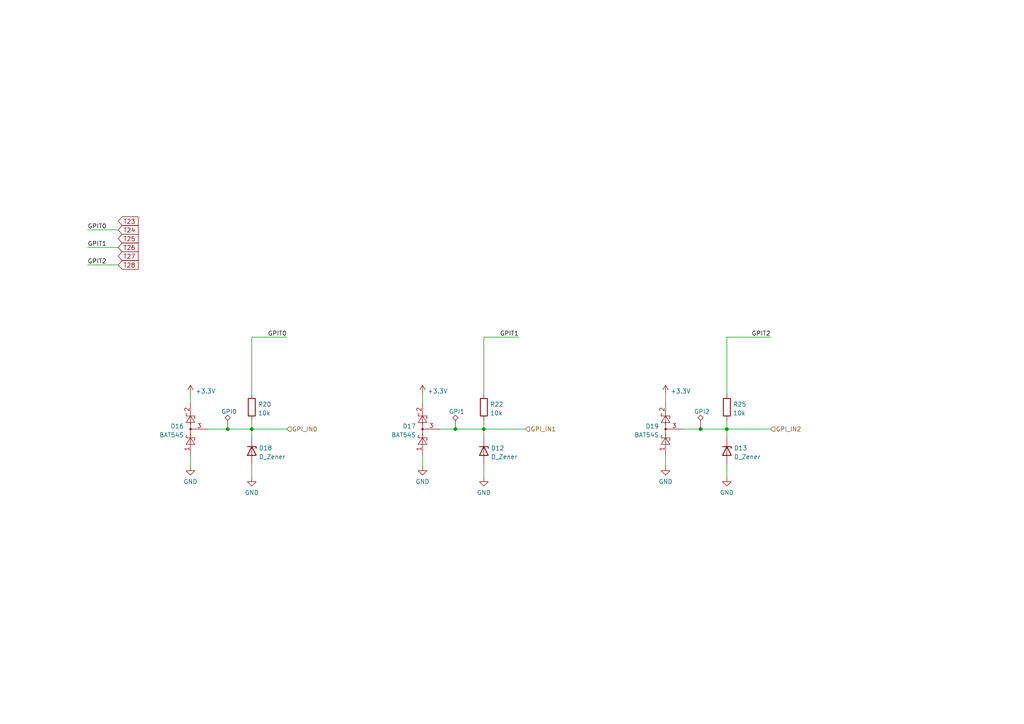
<source format=kicad_sch>
(kicad_sch (version 20211123) (generator eeschema)
  (paper "A4")
  (title_block (title "FloatPUMP Schematics") (date "2022-11-11") (rev "1.0") (company "robtor.de") (comment 1 "Controller board for up to 3 water pumps") (comment 2 "measuring capabilities with piezoresistive pressure sensors") (comment 3 "sensor input Range 4mA-20mA"))
  (lib_symbols
    (symbol "Connector:TestPoint_Alt" (pin_numbers hide) (pin_names (offset 0.762) hide)
      (property "Reference" "TP" (at 0 6.858 0))
      (property "Value" "TestPoint_Alt" (at 0 5.08 0))
      (symbol "TestPoint_Alt_0_1"
        (polyline (pts (xy 0 2.54) (xy -0.762 3.302) (xy 0 4.064) (xy 0.762 3.302) (xy 0 2.54)))
      )
      (symbol "TestPoint_Alt_1_1"
        (pin passive line (at 0 0 90) (length 2.54) (name "1") (number "1"))
      )
    )
    (symbol "Device:D_Zener" (pin_numbers hide) (pin_names (offset 1.016) hide)
      (property "Reference" "D" (at 0 2.54 0))
      (property "Value" "D_Zener" (at 0 -2.54 0))
      (symbol "D_Zener_0_1"
        (polyline (pts (xy 1.27 0) (xy -1.27 0)))
        (polyline (pts (xy -1.27 -1.27) (xy -1.27 1.27) (xy -0.762 1.27)) (stroke (width 0.254)))
        (polyline (pts (xy 1.27 -1.27) (xy 1.27 1.27) (xy -1.27 0) (xy 1.27 -1.27)) (stroke (width 0.254)))
      )
      (symbol "D_Zener_1_1"
        (pin passive line (at -3.81 0 0) (length 2.54) (name "K") (number "1"))
        (pin passive line (at 3.81 0 180) (length 2.54) (name "A") (number "2"))
      )
    )
    (symbol "Device:R" (pin_numbers hide) (pin_names (offset 0))
      (property "Reference" "R" (at 2.032 0 90))
      (property "Value" "R" (at 0 0 90))
      (symbol "R_0_1"
        (rectangle (start -1.016 -2.54) (end 1.016 2.54) (stroke (width 0.254)))
      )
      (symbol "R_1_1"
        (pin passive line (at 0 3.81 270) (length 1.27) (name "~") (number "1"))
        (pin passive line (at 0 -3.81 90) (length 1.27) (name "~") (number "2"))
      )
    )
    (symbol "Diode:BAT54S" (pin_names (offset 1.016))
      (property "Reference" "D" (at 0.635 -3.81 0))
      (property "Value" "BAT54S" (at -6.35 3.175 0))
      (symbol "BAT54S_0_1"
        (polyline (pts (xy -3.81 0) (xy -1.27 0)))
        (polyline (pts (xy -3.175 -1.27) (xy -3.175 -1.016)))
        (polyline (pts (xy -2.54 -1.27) (xy -3.175 -1.27)))
        (polyline (pts (xy -2.54 -1.27) (xy -2.54 1.27)))
        (polyline (pts (xy -2.54 1.27) (xy -1.905 1.27)))
        (polyline (pts (xy -1.905 0) (xy 1.905 0)))
        (polyline (pts (xy -1.905 1.27) (xy -1.905 1.016)))
        (polyline (pts (xy 1.27 0) (xy 3.81 0)))
        (polyline (pts (xy 3.175 -1.27) (xy 3.175 -1.016)))
        (polyline (pts (xy 3.81 -1.27) (xy 3.175 -1.27)))
        (polyline (pts (xy 3.81 -1.27) (xy 3.81 1.27)))
        (polyline (pts (xy 3.81 1.27) (xy 4.445 1.27)))
        (polyline (pts (xy 4.445 1.27) (xy 4.445 1.016)))
        (polyline (pts (xy -4.445 1.27) (xy -4.445 -1.27) (xy -2.54 0) (xy -4.445 1.27)))
        (polyline (pts (xy 1.905 1.27) (xy 1.905 -1.27) (xy 3.81 0) (xy 1.905 1.27)))
        (circle (center 0 0) (radius 0.254) (fill (type outline)))
      )
      (symbol "BAT54S_1_1"
        (pin passive line (at -7.62 0 0) (length 3.81) (name "~") (number "1"))
        (pin passive line (at 7.62 0 180) (length 3.81) (name "~") (number "2"))
        (pin passive line (at 0 -5.08 90) (length 5.08) (name "~") (number "3"))
      )
    )
    (symbol "power:+3.3V" (power) (pin_names (offset 0))
      (property "Value" "+3.3V" (at 0 3.556 0))
      (symbol "+3.3V_0_1"
        (polyline (pts (xy -0.762 1.27) (xy 0 2.54)))
        (polyline (pts (xy 0 0) (xy 0 2.54)))
        (polyline (pts (xy 0 2.54) (xy 0.762 1.27)))
      )
      (symbol "+3.3V_1_1"
        (pin power_in line (at 0 0 90) (length 0) hide (name "+3.3V") (number "1"))
      )
    )
    (symbol "power:GND" (power) (pin_names (offset 0))
      (property "Value" "GND" (at 0 -3.81 0))
      (symbol "GND_0_1"
        (polyline (pts (xy 0 0) (xy 0 -1.27) (xy 1.27 -1.27) (xy 0 -2.54) (xy -1.27 -1.27) (xy 0 -1.27)))
      )
      (symbol "GND_1_1"
        (pin power_in line (at 0 0 270) (length 0) hide (name "GND") (number "1"))
      )
    )
  )
  (junction (at 203.2 124.46))
  (junction (at 66.04 124.46))
  (junction (at 73.025 124.46))
  (junction (at 132.08 124.46))
  (junction (at 210.82 124.46))
  (junction (at 140.335 124.46))
  (wire (pts (xy 140.335 134.62) (xy 140.335 138.43)))
  (wire (pts (xy 210.82 114.3) (xy 210.82 97.79)))
  (wire (pts (xy 66.04 124.46) (xy 73.025 124.46)))
  (wire (pts (xy 198.12 124.46) (xy 203.2 124.46)))
  (wire (pts (xy 25.4 76.835) (xy 34.29 76.835)))
  (wire (pts (xy 73.025 121.92) (xy 73.025 124.46)))
  (wire (pts (xy 140.335 121.92) (xy 140.335 124.46)))
  (wire (pts (xy 73.025 124.46) (xy 73.025 127)))
  (wire (pts (xy 122.555 114.3) (xy 122.555 116.84)))
  (wire (pts (xy 73.025 124.46) (xy 83.185 124.46)))
  (wire (pts (xy 73.025 114.3) (xy 73.025 97.79)))
  (wire (pts (xy 210.82 124.46) (xy 210.82 127)))
  (wire (pts (xy 210.82 124.46) (xy 223.52 124.46)))
  (wire (pts (xy 25.4 66.675) (xy 34.29 66.675)))
  (wire (pts (xy 55.245 114.3) (xy 55.245 116.84)))
  (wire (pts (xy 55.245 132.08) (xy 55.245 135.255)))
  (wire (pts (xy 210.82 121.92) (xy 210.82 124.46)))
  (wire (pts (xy 127.635 124.46) (xy 132.08 124.46)))
  (wire (pts (xy 73.025 134.62) (xy 73.025 138.43)))
  (wire (pts (xy 60.325 124.46) (xy 66.04 124.46)))
  (wire (pts (xy 73.025 97.79) (xy 83.185 97.79)))
  (wire (pts (xy 210.82 97.79) (xy 223.52 97.79)))
  (wire (pts (xy 140.335 97.79) (xy 150.495 97.79)))
  (wire (pts (xy 193.04 114.3) (xy 193.04 116.84)))
  (wire (pts (xy 203.2 124.46) (xy 210.82 124.46)))
  (wire (pts (xy 140.335 97.79) (xy 140.335 114.3)))
  (wire (pts (xy 25.4 71.755) (xy 34.29 71.755)))
  (wire (pts (xy 122.555 132.08) (xy 122.555 135.255)))
  (wire (pts (xy 140.335 124.46) (xy 152.4 124.46)))
  (wire (pts (xy 140.335 124.46) (xy 140.335 127)))
  (wire (pts (xy 132.08 124.46) (xy 140.335 124.46)))
  (wire (pts (xy 193.04 132.08) (xy 193.04 135.255)))
  (wire (pts (xy 210.82 134.62) (xy 210.82 138.43)))
  (label "GPIT1" (at 150.495 97.79 180))
  (label "GPIT1" (at 25.4 71.755 0))
  (label "GPIT0" (at 83.185 97.79 180))
  (label "GPIT0" (at 25.4 66.675 0))
  (label "GPIT2" (at 25.4 76.835 0))
  (label "GPIT2" (at 223.52 97.79 180))
  (global_label "T27" (shape input) (at 34.29 74.295 0) (property "Referenzen zwischen Schaltplänen" "${INTERSHEET_REFS}" (effects hide)))
  (global_label "T24" (shape input) (at 34.29 66.675 0) (property "Referenzen zwischen Schaltplänen" "${INTERSHEET_REFS}" (effects hide)))
  (global_label "T28" (shape input) (at 34.29 76.835 0) (property "Referenzen zwischen Schaltplänen" "${INTERSHEET_REFS}" (effects hide)))
  (global_label "T23" (shape input) (at 34.29 64.135 0) (property "Referenzen zwischen Schaltplänen" "${INTERSHEET_REFS}" (effects hide)))
  (global_label "T25" (shape input) (at 34.29 69.215 0) (property "Referenzen zwischen Schaltplänen" "${INTERSHEET_REFS}" (effects hide)))
  (global_label "T26" (shape input) (at 34.29 71.755 0) (property "Referenzen zwischen Schaltplänen" "${INTERSHEET_REFS}" (effects hide)))
  (hierarchical_label "GPI_IN0" (shape input) (at 83.185 124.46 0))
  (hierarchical_label "GPI_IN2" (shape input) (at 223.52 124.46 0))
  (hierarchical_label "GPI_IN1" (shape input) (at 152.4 124.46 0))
  (symbol (lib_id "Device:D_Zener") (at 73.025 130.81 270) (unit 1)
    (property "Reference" "D18" (at 75.057 129.9753 90) (effects (justify left)))
    (property "Value" "D_Zener" (at 75.057 132.5122 90) (effects (justify left)))
    (property "Footprint" "Diode_SMD:D_MiniMELF" (effects hide))
    (property "JLCPCB" "Basic" (effects hide))
    (property "LCSC" "C8056" (effects hide))
  )
  (symbol (lib_id "power:GND") (at 73.025 138.43 0) (unit 1)
    (property "Reference" "#PWR089" (effects hide))
    (property "Value" "GND" (at 73.025 142.8734 0))
  )
  (symbol (lib_id "Connector:TestPoint_Alt") (at 203.2 124.46 0) (unit 1)
    (property "Reference" "TP14" (effects hide))
    (property "Value" "GPI2" (at 201.295 119.38 0) (effects (justify left)))
    (property "Footprint" "TestPoint:TestPoint_Pad_D1.0mm" (effects hide))
  )
  (symbol (lib_id "Device:R") (at 210.82 118.11 0) (unit 1)
    (property "Reference" "R25" (at 212.598 117.2753 0) (effects (justify left)))
    (property "Value" "10k" (at 212.598 119.8122 0) (effects (justify left)))
    (property "Footprint" "Resistor_SMD:R_0603_1608Metric" (effects hide))
    (property "JLCPCB" "Basic" (effects hide))
    (property "LCSC" "C25804" (effects hide))
  )
  (symbol (lib_id "Diode:BAT54S") (at 193.04 124.46 90) (unit 1)
    (property "Reference" "D19" (at 191.135 123.6253 90) (effects (justify left)))
    (property "Value" "BAT54S" (at 191.135 126.1622 90) (effects (justify left)))
    (property "Footprint" "Package_TO_SOT_SMD:SOT-23" (effects hide))
    (property "Datasheet" "https://www.diodes.com/assets/Datasheets/ds11005.pdf" (effects hide))
    (property "JLCPCB" "Extended" (effects hide))
    (property "LCSC" "C2762214" (effects hide))
  )
  (symbol (lib_id "power:+3.3V") (at 55.245 114.3 0) (unit 1)
    (property "Reference" "#PWR087" (effects hide))
    (property "Value" "+3.3V" (at 56.642 113.4638 0) (effects (justify left)))
  )
  (symbol (lib_id "power:+3.3V") (at 193.04 114.3 0) (unit 1)
    (property "Reference" "#PWR093" (effects hide))
    (property "Value" "+3.3V" (at 194.437 113.4638 0) (effects (justify left)))
  )
  (symbol (lib_id "Connector:TestPoint_Alt") (at 132.08 124.46 0) (unit 1)
    (property "Reference" "TP12" (effects hide))
    (property "Value" "GPI1" (at 130.175 119.38 0) (effects (justify left)))
    (property "Footprint" "TestPoint:TestPoint_Pad_D1.0mm" (effects hide))
  )
  (symbol (lib_id "Device:R") (at 73.025 118.11 0) (unit 1)
    (property "Reference" "R20" (at 74.803 117.2753 0) (effects (justify left)))
    (property "Value" "10k" (at 74.803 119.8122 0) (effects (justify left)))
    (property "Footprint" "Resistor_SMD:R_0603_1608Metric" (effects hide))
    (property "JLCPCB" "Basic" (effects hide))
    (property "LCSC" "C25804" (effects hide))
  )
  (symbol (lib_id "power:GND") (at 55.245 135.255 0) (unit 1)
    (property "Reference" "#PWR088" (effects hide))
    (property "Value" "GND" (at 55.245 139.6984 0))
  )
  (symbol (lib_id "power:GND") (at 122.555 135.255 0) (unit 1)
    (property "Reference" "#PWR091" (effects hide))
    (property "Value" "GND" (at 122.555 139.6984 0))
  )
  (symbol (lib_id "power:GND") (at 193.04 135.255 0) (unit 1)
    (property "Reference" "#PWR094" (effects hide))
    (property "Value" "GND" (at 193.04 139.6984 0))
  )
  (symbol (lib_id "power:GND") (at 210.82 138.43 0) (unit 1)
    (property "Reference" "#PWR095" (effects hide))
    (property "Value" "GND" (at 210.82 142.8734 0))
  )
  (symbol (lib_id "Diode:BAT54S") (at 122.555 124.46 90) (unit 1)
    (property "Reference" "D17" (at 120.65 123.6253 90) (effects (justify left)))
    (property "Value" "BAT54S" (at 120.65 126.1622 90) (effects (justify left)))
    (property "Footprint" "Package_TO_SOT_SMD:SOT-23" (effects hide))
    (property "Datasheet" "https://www.diodes.com/assets/Datasheets/ds11005.pdf" (effects hide))
    (property "JLCPCB" "Extended" (effects hide))
    (property "LCSC" "C2762214" (effects hide))
  )
  (symbol (lib_id "Connector:TestPoint_Alt") (at 66.04 124.46 0) (unit 1)
    (property "Reference" "TP13" (effects hide))
    (property "Value" "GPI0" (at 64.135 119.38 0) (effects (justify left)))
    (property "Footprint" "TestPoint:TestPoint_Pad_D1.0mm" (effects hide))
  )
  (symbol (lib_id "Diode:BAT54S") (at 55.245 124.46 90) (unit 1)
    (property "Reference" "D16" (at 53.34 123.6253 90) (effects (justify left)))
    (property "Value" "BAT54S" (at 53.34 126.1622 90) (effects (justify left)))
    (property "Footprint" "Package_TO_SOT_SMD:SOT-23" (effects hide))
    (property "Datasheet" "https://www.diodes.com/assets/Datasheets/ds11005.pdf" (effects hide))
    (property "JLCPCB" "Extended" (effects hide))
    (property "LCSC" "C2762214" (effects hide))
  )
  (symbol (lib_id "Device:D_Zener") (at 210.82 130.81 270) (unit 1)
    (property "Reference" "D13" (at 212.852 129.9753 90) (effects (justify left)))
    (property "Value" "D_Zener" (at 212.852 132.5122 90) (effects (justify left)))
    (property "Footprint" "Diode_SMD:D_MiniMELF" (effects hide))
    (property "JLCPCB" "Basic" (effects hide))
    (property "LCSC" "C8056" (effects hide))
  )
  (symbol (lib_id "Device:D_Zener") (at 140.335 130.81 270) (unit 1)
    (property "Reference" "D12" (at 142.367 129.9753 90) (effects (justify left)))
    (property "Value" "D_Zener" (at 142.367 132.5122 90) (effects (justify left)))
    (property "Footprint" "Diode_SMD:D_MiniMELF" (effects hide))
    (property "JLCPCB" "Basic" (effects hide))
    (property "LCSC" "C8056" (effects hide))
  )
  (symbol (lib_id "power:+3.3V") (at 122.555 114.3 0) (unit 1)
    (property "Reference" "#PWR090" (effects hide))
    (property "Value" "+3.3V" (at 123.952 113.4638 0) (effects (justify left)))
  )
  (symbol (lib_id "Device:R") (at 140.335 118.11 0) (unit 1)
    (property "Reference" "R22" (at 142.113 117.2753 0) (effects (justify left)))
    (property "Value" "10k" (at 142.113 119.8122 0) (effects (justify left)))
    (property "Footprint" "Resistor_SMD:R_0603_1608Metric" (effects hide))
    (property "JLCPCB" "Basic" (effects hide))
    (property "LCSC" "C25804" (effects hide))
  )
  (symbol (lib_id "power:GND") (at 140.335 138.43 0) (unit 1)
    (property "Reference" "#PWR092" (effects hide))
    (property "Value" "GND" (at 140.335 142.8734 0))
  )
)
</source>
